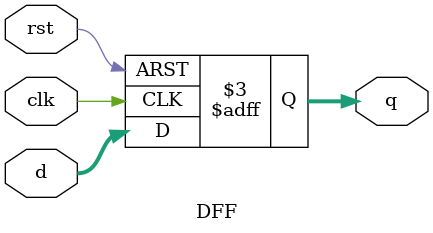
<source format=v>
`timescale 1ns / 1ps


module DFF(
    input clk,
    input rst,
    input [7:0] d,
    output reg [7:0] q
    );
    
    always @(posedge clk or negedge rst) begin
        if(!rst) begin
            q <= 8'b0;
        end else begin
            q <= d;
        end
    end
endmodule

</source>
